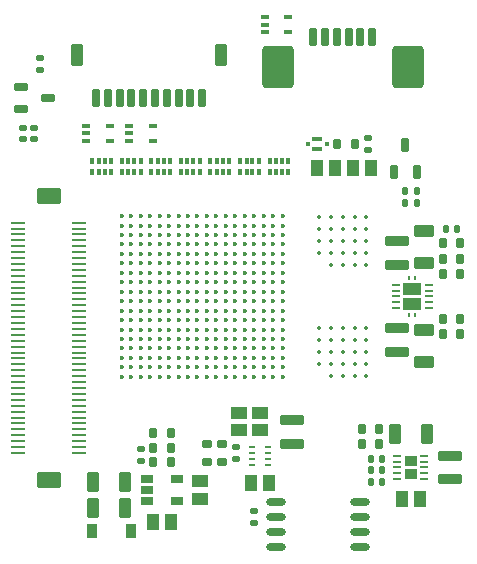
<source format=gbp>
G04 Layer_Color=128*
%FSLAX44Y44*%
%MOMM*%
G71*
G01*
G75*
%ADD10R,1.1300X0.8900*%
G04:AMPARAMS|DCode=12|XSize=0.6mm|YSize=0.5mm|CornerRadius=0.0625mm|HoleSize=0mm|Usage=FLASHONLY|Rotation=90.000|XOffset=0mm|YOffset=0mm|HoleType=Round|Shape=RoundedRectangle|*
%AMROUNDEDRECTD12*
21,1,0.6000,0.3750,0,0,90.0*
21,1,0.4750,0.5000,0,0,90.0*
1,1,0.1250,0.1875,0.2375*
1,1,0.1250,0.1875,-0.2375*
1,1,0.1250,-0.1875,-0.2375*
1,1,0.1250,-0.1875,0.2375*
%
%ADD12ROUNDEDRECTD12*%
G04:AMPARAMS|DCode=13|XSize=0.6mm|YSize=0.5mm|CornerRadius=0.0625mm|HoleSize=0mm|Usage=FLASHONLY|Rotation=0.000|XOffset=0mm|YOffset=0mm|HoleType=Round|Shape=RoundedRectangle|*
%AMROUNDEDRECTD13*
21,1,0.6000,0.3750,0,0,0.0*
21,1,0.4750,0.5000,0,0,0.0*
1,1,0.1250,0.2375,-0.1875*
1,1,0.1250,-0.2375,-0.1875*
1,1,0.1250,-0.2375,0.1875*
1,1,0.1250,0.2375,0.1875*
%
%ADD13ROUNDEDRECTD13*%
G04:AMPARAMS|DCode=16|XSize=1.7mm|YSize=1.1mm|CornerRadius=0.1375mm|HoleSize=0mm|Usage=FLASHONLY|Rotation=0.000|XOffset=0mm|YOffset=0mm|HoleType=Round|Shape=RoundedRectangle|*
%AMROUNDEDRECTD16*
21,1,1.7000,0.8250,0,0,0.0*
21,1,1.4250,1.1000,0,0,0.0*
1,1,0.2750,0.7125,-0.4125*
1,1,0.2750,-0.7125,-0.4125*
1,1,0.2750,-0.7125,0.4125*
1,1,0.2750,0.7125,0.4125*
%
%ADD16ROUNDEDRECTD16*%
G04:AMPARAMS|DCode=17|XSize=1.7mm|YSize=1.1mm|CornerRadius=0.1375mm|HoleSize=0mm|Usage=FLASHONLY|Rotation=270.000|XOffset=0mm|YOffset=0mm|HoleType=Round|Shape=RoundedRectangle|*
%AMROUNDEDRECTD17*
21,1,1.7000,0.8250,0,0,270.0*
21,1,1.4250,1.1000,0,0,270.0*
1,1,0.2750,-0.4125,-0.7125*
1,1,0.2750,-0.4125,0.7125*
1,1,0.2750,0.4125,0.7125*
1,1,0.2750,0.4125,-0.7125*
%
%ADD17ROUNDEDRECTD17*%
G04:AMPARAMS|DCode=18|XSize=0.4mm|YSize=0.4mm|CornerRadius=0.05mm|HoleSize=0mm|Usage=FLASHONLY|Rotation=270.000|XOffset=0mm|YOffset=0mm|HoleType=Round|Shape=RoundedRectangle|*
%AMROUNDEDRECTD18*
21,1,0.4000,0.3000,0,0,270.0*
21,1,0.3000,0.4000,0,0,270.0*
1,1,0.1000,-0.1500,-0.1500*
1,1,0.1000,-0.1500,0.1500*
1,1,0.1000,0.1500,0.1500*
1,1,0.1000,0.1500,-0.1500*
%
%ADD18ROUNDEDRECTD18*%
G04:AMPARAMS|DCode=19|XSize=0.4mm|YSize=0.8mm|CornerRadius=0.05mm|HoleSize=0mm|Usage=FLASHONLY|Rotation=270.000|XOffset=0mm|YOffset=0mm|HoleType=Round|Shape=RoundedRectangle|*
%AMROUNDEDRECTD19*
21,1,0.4000,0.7000,0,0,270.0*
21,1,0.3000,0.8000,0,0,270.0*
1,1,0.1000,-0.3500,-0.1500*
1,1,0.1000,-0.3500,0.1500*
1,1,0.1000,0.3500,0.1500*
1,1,0.1000,0.3500,-0.1500*
%
%ADD19ROUNDEDRECTD19*%
G04:AMPARAMS|DCode=22|XSize=1.4mm|YSize=1.1mm|CornerRadius=0.1375mm|HoleSize=0mm|Usage=FLASHONLY|Rotation=90.000|XOffset=0mm|YOffset=0mm|HoleType=Round|Shape=RoundedRectangle|*
%AMROUNDEDRECTD22*
21,1,1.4000,0.8250,0,0,90.0*
21,1,1.1250,1.1000,0,0,90.0*
1,1,0.2750,0.4125,0.5625*
1,1,0.2750,0.4125,-0.5625*
1,1,0.2750,-0.4125,-0.5625*
1,1,0.2750,-0.4125,0.5625*
%
%ADD22ROUNDEDRECTD22*%
G04:AMPARAMS|DCode=23|XSize=1.4mm|YSize=1.1mm|CornerRadius=0.1375mm|HoleSize=0mm|Usage=FLASHONLY|Rotation=0.000|XOffset=0mm|YOffset=0mm|HoleType=Round|Shape=RoundedRectangle|*
%AMROUNDEDRECTD23*
21,1,1.4000,0.8250,0,0,0.0*
21,1,1.1250,1.1000,0,0,0.0*
1,1,0.2750,0.5625,-0.4125*
1,1,0.2750,-0.5625,-0.4125*
1,1,0.2750,-0.5625,0.4125*
1,1,0.2750,0.5625,0.4125*
%
%ADD23ROUNDEDRECTD23*%
G04:AMPARAMS|DCode=26|XSize=0.6mm|YSize=1.15mm|CornerRadius=0.075mm|HoleSize=0mm|Usage=FLASHONLY|Rotation=180.000|XOffset=0mm|YOffset=0mm|HoleType=Round|Shape=RoundedRectangle|*
%AMROUNDEDRECTD26*
21,1,0.6000,1.0000,0,0,180.0*
21,1,0.4500,1.1500,0,0,180.0*
1,1,0.1500,-0.2250,0.5000*
1,1,0.1500,0.2250,0.5000*
1,1,0.1500,0.2250,-0.5000*
1,1,0.1500,-0.2250,-0.5000*
%
%ADD26ROUNDEDRECTD26*%
G04:AMPARAMS|DCode=27|XSize=0.9mm|YSize=0.6mm|CornerRadius=0.075mm|HoleSize=0mm|Usage=FLASHONLY|Rotation=90.000|XOffset=0mm|YOffset=0mm|HoleType=Round|Shape=RoundedRectangle|*
%AMROUNDEDRECTD27*
21,1,0.9000,0.4500,0,0,90.0*
21,1,0.7500,0.6000,0,0,90.0*
1,1,0.1500,0.2250,0.3750*
1,1,0.1500,0.2250,-0.3750*
1,1,0.1500,-0.2250,-0.3750*
1,1,0.1500,-0.2250,0.3750*
%
%ADD27ROUNDEDRECTD27*%
G04:AMPARAMS|DCode=28|XSize=0.9mm|YSize=0.6mm|CornerRadius=0.075mm|HoleSize=0mm|Usage=FLASHONLY|Rotation=0.000|XOffset=0mm|YOffset=0mm|HoleType=Round|Shape=RoundedRectangle|*
%AMROUNDEDRECTD28*
21,1,0.9000,0.4500,0,0,0.0*
21,1,0.7500,0.6000,0,0,0.0*
1,1,0.1500,0.3750,-0.2250*
1,1,0.1500,-0.3750,-0.2250*
1,1,0.1500,-0.3750,0.2250*
1,1,0.1500,0.3750,0.2250*
%
%ADD28ROUNDEDRECTD28*%
G04:AMPARAMS|DCode=31|XSize=0.25mm|YSize=0.6mm|CornerRadius=0.0313mm|HoleSize=0mm|Usage=FLASHONLY|Rotation=90.000|XOffset=0mm|YOffset=0mm|HoleType=Round|Shape=RoundedRectangle|*
%AMROUNDEDRECTD31*
21,1,0.2500,0.5375,0,0,90.0*
21,1,0.1875,0.6000,0,0,90.0*
1,1,0.0625,0.2687,0.0938*
1,1,0.0625,0.2687,-0.0938*
1,1,0.0625,-0.2687,-0.0938*
1,1,0.0625,-0.2687,0.0938*
%
%ADD31ROUNDEDRECTD31*%
%ADD36R,1.5000X1.0600*%
%ADD37R,0.2500X0.3400*%
G04:AMPARAMS|DCode=38|XSize=2mm|YSize=0.8mm|CornerRadius=0.1mm|HoleSize=0mm|Usage=FLASHONLY|Rotation=0.000|XOffset=0mm|YOffset=0mm|HoleType=Round|Shape=RoundedRectangle|*
%AMROUNDEDRECTD38*
21,1,2.0000,0.6000,0,0,0.0*
21,1,1.8000,0.8000,0,0,0.0*
1,1,0.2000,0.9000,-0.3000*
1,1,0.2000,-0.9000,-0.3000*
1,1,0.2000,-0.9000,0.3000*
1,1,0.2000,0.9000,0.3000*
%
%ADD38ROUNDEDRECTD38*%
%ADD39O,1.7000X0.6000*%
G04:AMPARAMS|DCode=40|XSize=0.6mm|YSize=0.4mm|CornerRadius=0.05mm|HoleSize=0mm|Usage=FLASHONLY|Rotation=180.000|XOffset=0mm|YOffset=0mm|HoleType=Round|Shape=RoundedRectangle|*
%AMROUNDEDRECTD40*
21,1,0.6000,0.3000,0,0,180.0*
21,1,0.5000,0.4000,0,0,180.0*
1,1,0.1000,-0.2500,0.1500*
1,1,0.1000,0.2500,0.1500*
1,1,0.1000,0.2500,-0.1500*
1,1,0.1000,-0.2500,-0.1500*
%
%ADD40ROUNDEDRECTD40*%
G04:AMPARAMS|DCode=41|XSize=1.22mm|YSize=0.91mm|CornerRadius=0.1138mm|HoleSize=0mm|Usage=FLASHONLY|Rotation=90.000|XOffset=0mm|YOffset=0mm|HoleType=Round|Shape=RoundedRectangle|*
%AMROUNDEDRECTD41*
21,1,1.2200,0.6825,0,0,90.0*
21,1,0.9925,0.9100,0,0,90.0*
1,1,0.2275,0.3413,0.4963*
1,1,0.2275,0.3413,-0.4963*
1,1,0.2275,-0.3413,-0.4963*
1,1,0.2275,-0.3413,0.4963*
%
%ADD41ROUNDEDRECTD41*%
G04:AMPARAMS|DCode=42|XSize=0.6mm|YSize=1.15mm|CornerRadius=0.075mm|HoleSize=0mm|Usage=FLASHONLY|Rotation=270.000|XOffset=0mm|YOffset=0mm|HoleType=Round|Shape=RoundedRectangle|*
%AMROUNDEDRECTD42*
21,1,0.6000,1.0000,0,0,270.0*
21,1,0.4500,1.1500,0,0,270.0*
1,1,0.1500,-0.5000,-0.2250*
1,1,0.1500,-0.5000,0.2250*
1,1,0.1500,0.5000,0.2250*
1,1,0.1500,0.5000,-0.2250*
%
%ADD42ROUNDEDRECTD42*%
G04:AMPARAMS|DCode=43|XSize=0.4mm|YSize=0.5mm|CornerRadius=0.05mm|HoleSize=0mm|Usage=FLASHONLY|Rotation=180.000|XOffset=0mm|YOffset=0mm|HoleType=Round|Shape=RoundedRectangle|*
%AMROUNDEDRECTD43*
21,1,0.4000,0.4000,0,0,180.0*
21,1,0.3000,0.5000,0,0,180.0*
1,1,0.1000,-0.1500,0.2000*
1,1,0.1000,0.1500,0.2000*
1,1,0.1000,0.1500,-0.2000*
1,1,0.1000,-0.1500,-0.2000*
%
%ADD43ROUNDEDRECTD43*%
G04:AMPARAMS|DCode=44|XSize=0.3mm|YSize=0.5mm|CornerRadius=0.0375mm|HoleSize=0mm|Usage=FLASHONLY|Rotation=180.000|XOffset=0mm|YOffset=0mm|HoleType=Round|Shape=RoundedRectangle|*
%AMROUNDEDRECTD44*
21,1,0.3000,0.4250,0,0,180.0*
21,1,0.2250,0.5000,0,0,180.0*
1,1,0.0750,-0.1125,0.2125*
1,1,0.0750,0.1125,0.2125*
1,1,0.0750,0.1125,-0.2125*
1,1,0.0750,-0.1125,-0.2125*
%
%ADD44ROUNDEDRECTD44*%
%ADD45C,0.3600*%
G04:AMPARAMS|DCode=46|XSize=0.6mm|YSize=1.1mm|CornerRadius=0.075mm|HoleSize=0mm|Usage=FLASHONLY|Rotation=270.000|XOffset=0mm|YOffset=0mm|HoleType=Round|Shape=RoundedRectangle|*
%AMROUNDEDRECTD46*
21,1,0.6000,0.9500,0,0,270.0*
21,1,0.4500,1.1000,0,0,270.0*
1,1,0.1500,-0.4750,-0.2250*
1,1,0.1500,-0.4750,0.2250*
1,1,0.1500,0.4750,0.2250*
1,1,0.1500,0.4750,-0.2250*
%
%ADD46ROUNDEDRECTD46*%
G04:AMPARAMS|DCode=47|XSize=0.24mm|YSize=0.6mm|CornerRadius=0.03mm|HoleSize=0mm|Usage=FLASHONLY|Rotation=90.000|XOffset=0mm|YOffset=0mm|HoleType=Round|Shape=RoundedRectangle|*
%AMROUNDEDRECTD47*
21,1,0.2400,0.5400,0,0,90.0*
21,1,0.1800,0.6000,0,0,90.0*
1,1,0.0600,0.2700,0.0900*
1,1,0.0600,0.2700,-0.0900*
1,1,0.0600,-0.2700,-0.0900*
1,1,0.0600,-0.2700,0.0900*
%
%ADD47ROUNDEDRECTD47*%
G04:AMPARAMS|DCode=48|XSize=0.55mm|YSize=0.25mm|CornerRadius=0.0313mm|HoleSize=0mm|Usage=FLASHONLY|Rotation=0.000|XOffset=0mm|YOffset=0mm|HoleType=Round|Shape=RoundedRectangle|*
%AMROUNDEDRECTD48*
21,1,0.5500,0.1875,0,0,0.0*
21,1,0.4875,0.2500,0,0,0.0*
1,1,0.0625,0.2437,-0.0938*
1,1,0.0625,-0.2437,-0.0938*
1,1,0.0625,-0.2437,0.0938*
1,1,0.0625,0.2437,0.0938*
%
%ADD48ROUNDEDRECTD48*%
%ADD49C,0.3500*%
G04:AMPARAMS|DCode=50|XSize=1.4mm|YSize=2.1mm|CornerRadius=0.175mm|HoleSize=0mm|Usage=FLASHONLY|Rotation=270.000|XOffset=0mm|YOffset=0mm|HoleType=Round|Shape=RoundedRectangle|*
%AMROUNDEDRECTD50*
21,1,1.4000,1.7500,0,0,270.0*
21,1,1.0500,2.1000,0,0,270.0*
1,1,0.3500,-0.8750,-0.5250*
1,1,0.3500,-0.8750,0.5250*
1,1,0.3500,0.8750,0.5250*
1,1,0.3500,0.8750,-0.5250*
%
%ADD50ROUNDEDRECTD50*%
G04:AMPARAMS|DCode=51|XSize=0.25mm|YSize=1.15mm|CornerRadius=0.0313mm|HoleSize=0mm|Usage=FLASHONLY|Rotation=270.000|XOffset=0mm|YOffset=0mm|HoleType=Round|Shape=RoundedRectangle|*
%AMROUNDEDRECTD51*
21,1,0.2500,1.0875,0,0,270.0*
21,1,0.1875,1.1500,0,0,270.0*
1,1,0.0625,-0.5437,-0.0938*
1,1,0.0625,-0.5437,0.0938*
1,1,0.0625,0.5437,0.0938*
1,1,0.0625,0.5437,-0.0938*
%
%ADD51ROUNDEDRECTD51*%
G04:AMPARAMS|DCode=52|XSize=0.6mm|YSize=1.5mm|CornerRadius=0.075mm|HoleSize=0mm|Usage=FLASHONLY|Rotation=0.000|XOffset=0mm|YOffset=0mm|HoleType=Round|Shape=RoundedRectangle|*
%AMROUNDEDRECTD52*
21,1,0.6000,1.3500,0,0,0.0*
21,1,0.4500,1.5000,0,0,0.0*
1,1,0.1500,0.2250,-0.6750*
1,1,0.1500,-0.2250,-0.6750*
1,1,0.1500,-0.2250,0.6750*
1,1,0.1500,0.2250,0.6750*
%
%ADD52ROUNDEDRECTD52*%
G04:AMPARAMS|DCode=53|XSize=2.7mm|YSize=3.6mm|CornerRadius=0.3375mm|HoleSize=0mm|Usage=FLASHONLY|Rotation=180.000|XOffset=0mm|YOffset=0mm|HoleType=Round|Shape=RoundedRectangle|*
%AMROUNDEDRECTD53*
21,1,2.7000,2.9250,0,0,180.0*
21,1,2.0250,3.6000,0,0,180.0*
1,1,0.6750,-1.0125,1.4625*
1,1,0.6750,1.0125,1.4625*
1,1,0.6750,1.0125,-1.4625*
1,1,0.6750,-1.0125,-1.4625*
%
%ADD53ROUNDEDRECTD53*%
G04:AMPARAMS|DCode=54|XSize=0.6mm|YSize=1.55mm|CornerRadius=0.075mm|HoleSize=0mm|Usage=FLASHONLY|Rotation=0.000|XOffset=0mm|YOffset=0mm|HoleType=Round|Shape=RoundedRectangle|*
%AMROUNDEDRECTD54*
21,1,0.6000,1.4000,0,0,0.0*
21,1,0.4500,1.5500,0,0,0.0*
1,1,0.1500,0.2250,-0.7000*
1,1,0.1500,-0.2250,-0.7000*
1,1,0.1500,-0.2250,0.7000*
1,1,0.1500,0.2250,0.7000*
%
%ADD54ROUNDEDRECTD54*%
G04:AMPARAMS|DCode=55|XSize=1mm|YSize=1.8mm|CornerRadius=0.125mm|HoleSize=0mm|Usage=FLASHONLY|Rotation=180.000|XOffset=0mm|YOffset=0mm|HoleType=Round|Shape=RoundedRectangle|*
%AMROUNDEDRECTD55*
21,1,1.0000,1.5500,0,0,180.0*
21,1,0.7500,1.8000,0,0,180.0*
1,1,0.2500,-0.3750,0.7750*
1,1,0.2500,0.3750,0.7750*
1,1,0.2500,0.3750,-0.7750*
1,1,0.2500,-0.3750,-0.7750*
%
%ADD55ROUNDEDRECTD55*%
D10*
X166500Y-149203D02*
D03*
X166502Y-160298D02*
D03*
D12*
X206000Y47000D02*
D03*
X196000D02*
D03*
X142500Y-147251D02*
D03*
X132500D02*
D03*
Y-157251D02*
D03*
X142500D02*
D03*
X161500Y69000D02*
D03*
X171500D02*
D03*
X161500Y79000D02*
D03*
X171500D02*
D03*
X142500Y-167251D02*
D03*
X132500D02*
D03*
D13*
X34000Y-202000D02*
D03*
Y-192000D02*
D03*
X-62000Y-139000D02*
D03*
Y-149000D02*
D03*
X18750Y-147500D02*
D03*
Y-137500D02*
D03*
X130000Y124000D02*
D03*
Y114000D02*
D03*
X-147000Y182000D02*
D03*
Y192000D02*
D03*
X-162000Y123000D02*
D03*
Y133000D02*
D03*
X-152000D02*
D03*
Y123000D02*
D03*
D16*
X178000Y-38500D02*
D03*
Y-65500D02*
D03*
Y18500D02*
D03*
Y45500D02*
D03*
D17*
X-75500Y-189000D02*
D03*
X-102500D02*
D03*
X-75500Y-167000D02*
D03*
X-102500D02*
D03*
X153000Y-126251D02*
D03*
X180000D02*
D03*
D18*
X95500Y119000D02*
D03*
X79500D02*
D03*
D19*
X87500Y115000D02*
D03*
Y123000D02*
D03*
D22*
X31500Y-168000D02*
D03*
X46500D02*
D03*
X117500Y99000D02*
D03*
X132500D02*
D03*
X87500Y99000D02*
D03*
X102500D02*
D03*
X159000Y-181752D02*
D03*
X174000D02*
D03*
X-51500Y-201000D02*
D03*
X-36500D02*
D03*
D23*
X-12000Y-166500D02*
D03*
Y-181500D02*
D03*
X39000Y-123500D02*
D03*
Y-108500D02*
D03*
X21000Y-123500D02*
D03*
Y-108500D02*
D03*
D26*
X162000Y118250D02*
D03*
X152500Y95750D02*
D03*
X171500D02*
D03*
D27*
X-36500Y-138000D02*
D03*
X-51500D02*
D03*
X-36500Y-150000D02*
D03*
X-51500D02*
D03*
Y-126000D02*
D03*
X-36500D02*
D03*
X208500Y-29000D02*
D03*
X193500D02*
D03*
X208500Y-42000D02*
D03*
X193500D02*
D03*
Y22000D02*
D03*
X208500D02*
D03*
X193500Y35000D02*
D03*
X208500D02*
D03*
Y9000D02*
D03*
X193500D02*
D03*
X104500Y119000D02*
D03*
X119500D02*
D03*
X125000Y-135251D02*
D03*
X140000D02*
D03*
X140000Y-122251D02*
D03*
X125000D02*
D03*
D28*
X6749Y-134999D02*
D03*
Y-149999D02*
D03*
X-6251D02*
D03*
Y-134999D02*
D03*
D31*
X155000Y-164750D02*
D03*
Y-159750D02*
D03*
Y-154750D02*
D03*
Y-149750D02*
D03*
Y-144750D02*
D03*
X178000Y-164750D02*
D03*
Y-159750D02*
D03*
Y-154750D02*
D03*
Y-149750D02*
D03*
Y-144750D02*
D03*
D36*
X168000Y-16299D02*
D03*
Y-3699D02*
D03*
D37*
X170499Y5299D02*
D03*
X165499D02*
D03*
Y-25297D02*
D03*
X170499D02*
D03*
D38*
X155001Y37001D02*
D03*
X155001Y17001D02*
D03*
X154999Y-57001D02*
D03*
X154999Y-37001D02*
D03*
X66000Y-135000D02*
D03*
X66000Y-115000D02*
D03*
X199502Y-164751D02*
D03*
X199502Y-144751D02*
D03*
D39*
X123500Y-184050D02*
D03*
Y-196750D02*
D03*
Y-209450D02*
D03*
Y-222150D02*
D03*
X52500Y-184050D02*
D03*
Y-196750D02*
D03*
Y-209450D02*
D03*
Y-222150D02*
D03*
D40*
X63002Y226500D02*
D03*
Y213500D02*
D03*
X43002Y220000D02*
D03*
Y226500D02*
D03*
Y213500D02*
D03*
X-51998Y134500D02*
D03*
Y121500D02*
D03*
X-71998Y128000D02*
D03*
X-71998Y134500D02*
D03*
Y121500D02*
D03*
X-87998Y134500D02*
D03*
Y121500D02*
D03*
X-107998Y128000D02*
D03*
X-107998Y134500D02*
D03*
Y121500D02*
D03*
D41*
X-103350Y-208999D02*
D03*
X-70650D02*
D03*
D42*
X-140750Y158000D02*
D03*
X-163250Y167500D02*
D03*
Y148500D02*
D03*
D43*
X47000Y105000D02*
D03*
X63000D02*
D03*
Y95000D02*
D03*
X47000D02*
D03*
X22000Y105000D02*
D03*
X38000D02*
D03*
Y95000D02*
D03*
X22000D02*
D03*
X-3000Y105000D02*
D03*
X13000D02*
D03*
Y95000D02*
D03*
X-3000D02*
D03*
X-28000Y105000D02*
D03*
X-12000D02*
D03*
Y95000D02*
D03*
X-28000D02*
D03*
X-53000Y105000D02*
D03*
X-37000D02*
D03*
Y95000D02*
D03*
X-53000D02*
D03*
X-78000Y105000D02*
D03*
X-62000D02*
D03*
Y95000D02*
D03*
X-78000D02*
D03*
X-103000Y105000D02*
D03*
X-87000D02*
D03*
Y95000D02*
D03*
X-103000D02*
D03*
D44*
X52500Y105000D02*
D03*
X57500D02*
D03*
Y95000D02*
D03*
X52500D02*
D03*
X27500Y105000D02*
D03*
X32500D02*
D03*
Y95000D02*
D03*
X27500D02*
D03*
X2500Y105000D02*
D03*
X7500D02*
D03*
Y95000D02*
D03*
X2500D02*
D03*
X-22500Y105000D02*
D03*
X-17500D02*
D03*
Y95000D02*
D03*
X-22500D02*
D03*
X-47500Y105000D02*
D03*
X-42500D02*
D03*
Y95000D02*
D03*
X-47500D02*
D03*
X-72500Y105000D02*
D03*
X-67500D02*
D03*
Y95000D02*
D03*
X-72500D02*
D03*
X-97500Y105000D02*
D03*
X-92500D02*
D03*
Y95000D02*
D03*
X-97500D02*
D03*
D45*
X-78000Y-78000D02*
D03*
X-70000D02*
D03*
X-62000D02*
D03*
X-54000D02*
D03*
X-46000D02*
D03*
X-38000D02*
D03*
X-30000D02*
D03*
X-22000D02*
D03*
X-14000D02*
D03*
X-6000D02*
D03*
X2000D02*
D03*
X10000D02*
D03*
X18000D02*
D03*
X26000D02*
D03*
X34000D02*
D03*
X42000D02*
D03*
X50000D02*
D03*
X58000D02*
D03*
X-78000Y-70000D02*
D03*
X-70000D02*
D03*
X-62000D02*
D03*
X-54000D02*
D03*
X-46000D02*
D03*
X-38000D02*
D03*
X-30000D02*
D03*
X-22000D02*
D03*
X-14000D02*
D03*
X-6000D02*
D03*
X2000D02*
D03*
X10000D02*
D03*
X18000D02*
D03*
X26000D02*
D03*
X34000D02*
D03*
X42000D02*
D03*
X50000D02*
D03*
X-78000Y-62000D02*
D03*
X-70000D02*
D03*
X-62000D02*
D03*
X-54000D02*
D03*
X-46000D02*
D03*
X-38000D02*
D03*
X-30000D02*
D03*
X-22000D02*
D03*
X-14000D02*
D03*
X-6000D02*
D03*
X2000D02*
D03*
X10000D02*
D03*
X18000D02*
D03*
X26000D02*
D03*
X34000D02*
D03*
X42000D02*
D03*
X50000D02*
D03*
X-78000Y-54000D02*
D03*
X-70000D02*
D03*
X-62000D02*
D03*
X-54000D02*
D03*
X-46000D02*
D03*
X-38000D02*
D03*
X-30000D02*
D03*
X-22000D02*
D03*
X-14000D02*
D03*
X-6000D02*
D03*
X2000D02*
D03*
X10000D02*
D03*
X18000D02*
D03*
X26000D02*
D03*
X34000D02*
D03*
X42000D02*
D03*
X50000D02*
D03*
X58000D02*
D03*
X-78000Y-46000D02*
D03*
X-70000D02*
D03*
X-62000D02*
D03*
X-54000D02*
D03*
X-46000D02*
D03*
X-38000D02*
D03*
X-30000D02*
D03*
X-22000D02*
D03*
X-14000D02*
D03*
X-6000D02*
D03*
X2000D02*
D03*
X10000D02*
D03*
X18000D02*
D03*
X26000D02*
D03*
X34000D02*
D03*
X42000D02*
D03*
X50000D02*
D03*
X58000D02*
D03*
X-78000Y-38000D02*
D03*
X-70000D02*
D03*
X-62000D02*
D03*
X-54000D02*
D03*
X-46000D02*
D03*
X-38000D02*
D03*
X-30000D02*
D03*
X-22000D02*
D03*
X-14000D02*
D03*
X-6000D02*
D03*
X2000D02*
D03*
X10000D02*
D03*
X18000D02*
D03*
X26000D02*
D03*
X34000D02*
D03*
X42000D02*
D03*
X50000D02*
D03*
X58000D02*
D03*
X-78000Y-30000D02*
D03*
X-70000D02*
D03*
X-62000D02*
D03*
X-54000D02*
D03*
X-46000D02*
D03*
X-38000D02*
D03*
X-30000D02*
D03*
X-22000D02*
D03*
X-14000D02*
D03*
X-6000D02*
D03*
X2000D02*
D03*
X10000D02*
D03*
X18000D02*
D03*
X26000D02*
D03*
X34000D02*
D03*
X42000D02*
D03*
X50000D02*
D03*
X58000D02*
D03*
X-78000Y-22000D02*
D03*
X-70000D02*
D03*
X-62000D02*
D03*
X-54000D02*
D03*
X-46000D02*
D03*
X-38000D02*
D03*
X-30000D02*
D03*
X-22000D02*
D03*
X-14000D02*
D03*
X-6000D02*
D03*
X2000D02*
D03*
X10000D02*
D03*
X18000D02*
D03*
X26000D02*
D03*
X34000D02*
D03*
X42000D02*
D03*
X50000D02*
D03*
X58000D02*
D03*
X-78000Y-14000D02*
D03*
X-70000D02*
D03*
X-62000D02*
D03*
X-54000D02*
D03*
X-46000D02*
D03*
X-38000D02*
D03*
X-30000D02*
D03*
X-22000D02*
D03*
X-14000D02*
D03*
X-6000D02*
D03*
X2000D02*
D03*
X10000D02*
D03*
X18000D02*
D03*
X26000D02*
D03*
X34000D02*
D03*
X42000D02*
D03*
X50000D02*
D03*
X58000D02*
D03*
X-78000Y-6000D02*
D03*
X-70000D02*
D03*
X-62000D02*
D03*
X-54000D02*
D03*
X-46000D02*
D03*
X-38000D02*
D03*
X-30000D02*
D03*
X-22000D02*
D03*
X-14000D02*
D03*
X-6000D02*
D03*
X2000D02*
D03*
X10000D02*
D03*
X18000D02*
D03*
X26000D02*
D03*
X34000D02*
D03*
X42000D02*
D03*
X50000D02*
D03*
X58000D02*
D03*
X-78000Y2000D02*
D03*
X-70000D02*
D03*
X-62000D02*
D03*
X-54000D02*
D03*
X-46000D02*
D03*
X-38000D02*
D03*
X-30000D02*
D03*
X-22000D02*
D03*
X-14000D02*
D03*
X-6000D02*
D03*
X2000D02*
D03*
X10000D02*
D03*
X18000D02*
D03*
X26000D02*
D03*
X34000D02*
D03*
X42000D02*
D03*
X50000D02*
D03*
X58000D02*
D03*
X-78000Y10000D02*
D03*
X-70000D02*
D03*
X-62000D02*
D03*
X-54000D02*
D03*
X-46000D02*
D03*
X-38000D02*
D03*
X-30000D02*
D03*
X-22000D02*
D03*
X-14000D02*
D03*
X-6000D02*
D03*
X2000D02*
D03*
X10000D02*
D03*
X18000D02*
D03*
X26000D02*
D03*
X34000D02*
D03*
X42000D02*
D03*
X50000D02*
D03*
X58000D02*
D03*
X-78000Y18000D02*
D03*
X-70000D02*
D03*
X-62000D02*
D03*
X-54000D02*
D03*
X-46000D02*
D03*
X-38000D02*
D03*
X-30000D02*
D03*
X-22000D02*
D03*
X-14000D02*
D03*
X-6000D02*
D03*
X2000D02*
D03*
X10000D02*
D03*
X18000D02*
D03*
X26000D02*
D03*
X34000D02*
D03*
X42000D02*
D03*
X50000D02*
D03*
X58000D02*
D03*
X-78000Y26000D02*
D03*
X-70000D02*
D03*
X-62000D02*
D03*
X-54000D02*
D03*
X-46000D02*
D03*
X-38000D02*
D03*
X-30000D02*
D03*
X-22000D02*
D03*
X-14000D02*
D03*
X-6000D02*
D03*
X2000D02*
D03*
X10000D02*
D03*
X18000D02*
D03*
X26000D02*
D03*
X34000D02*
D03*
X42000D02*
D03*
X50000D02*
D03*
X58000D02*
D03*
X-78000Y34000D02*
D03*
X-70000D02*
D03*
X-62000D02*
D03*
X-54000D02*
D03*
X-46000D02*
D03*
X-38000D02*
D03*
X-30000D02*
D03*
X-22000D02*
D03*
X-14000D02*
D03*
X-6000D02*
D03*
X2000D02*
D03*
X10000D02*
D03*
X18000D02*
D03*
X26000D02*
D03*
X34000D02*
D03*
X42000D02*
D03*
X50000D02*
D03*
X58000D02*
D03*
X-78000Y42000D02*
D03*
X-70000D02*
D03*
X-62000D02*
D03*
X-54000D02*
D03*
X-46000D02*
D03*
X-38000D02*
D03*
X-30000D02*
D03*
X-22000D02*
D03*
X-14000D02*
D03*
X-6000D02*
D03*
X2000D02*
D03*
X10000D02*
D03*
X18000D02*
D03*
X26000D02*
D03*
X34000D02*
D03*
X42000D02*
D03*
X50000D02*
D03*
X58000D02*
D03*
X-78000Y50000D02*
D03*
X-70000D02*
D03*
X-62000D02*
D03*
X-54000D02*
D03*
X-46000D02*
D03*
X-38000D02*
D03*
X-30000D02*
D03*
X-22000D02*
D03*
X-14000D02*
D03*
X-6000D02*
D03*
X2000D02*
D03*
X10000D02*
D03*
X18000D02*
D03*
X26000D02*
D03*
X34000D02*
D03*
X42000D02*
D03*
X50000D02*
D03*
X58000D02*
D03*
X-78000Y58000D02*
D03*
X-70000D02*
D03*
X-62000D02*
D03*
X-54000D02*
D03*
X-46000D02*
D03*
X-38000D02*
D03*
X-30000D02*
D03*
X-22000D02*
D03*
X-14000D02*
D03*
X-6000D02*
D03*
X2000D02*
D03*
X10000D02*
D03*
X18000D02*
D03*
X26000D02*
D03*
X34000D02*
D03*
X42000D02*
D03*
X50000D02*
D03*
X58000D02*
D03*
Y-62000D02*
D03*
Y-70000D02*
D03*
D46*
X-31000Y-183500D02*
D03*
Y-164500D02*
D03*
X-57000D02*
D03*
Y-174000D02*
D03*
Y-183500D02*
D03*
D47*
X154000Y-19999D02*
D03*
Y-14999D02*
D03*
Y-9999D02*
D03*
Y-4999D02*
D03*
Y1D02*
D03*
X182000Y-19999D02*
D03*
Y-14999D02*
D03*
Y-9999D02*
D03*
Y-4999D02*
D03*
Y1D02*
D03*
D48*
X45750Y-152500D02*
D03*
Y-147500D02*
D03*
Y-142500D02*
D03*
Y-137500D02*
D03*
X32250D02*
D03*
Y-142500D02*
D03*
Y-147500D02*
D03*
Y-152500D02*
D03*
D49*
X129000Y-37000D02*
D03*
X119000D02*
D03*
X109000D02*
D03*
X99000D02*
D03*
X89000D02*
D03*
X129000Y-47000D02*
D03*
X119000D02*
D03*
X109000D02*
D03*
X99000D02*
D03*
X89000D02*
D03*
X129000Y-57000D02*
D03*
X119000D02*
D03*
X109000D02*
D03*
X99000D02*
D03*
X89000D02*
D03*
X129000Y-67000D02*
D03*
X119000D02*
D03*
X109000D02*
D03*
X129000Y-77000D02*
D03*
X119000D02*
D03*
X109000D02*
D03*
X99000D02*
D03*
X129000Y57000D02*
D03*
X119000D02*
D03*
X109000D02*
D03*
X99000D02*
D03*
X89000D02*
D03*
X129000Y47000D02*
D03*
X119000D02*
D03*
X109000D02*
D03*
X99000D02*
D03*
X89000D02*
D03*
X129000Y37000D02*
D03*
X119000D02*
D03*
X109000D02*
D03*
X99000D02*
D03*
X89000D02*
D03*
X129000Y27000D02*
D03*
X119000D02*
D03*
X109000D02*
D03*
X99000D02*
D03*
X89000D02*
D03*
X129000Y17000D02*
D03*
X119000D02*
D03*
X109000D02*
D03*
X99000D02*
D03*
Y-67000D02*
D03*
X89000D02*
D03*
D50*
X-140000Y75000D02*
D03*
Y-165000D02*
D03*
D51*
X-165750Y-142500D02*
D03*
Y-137500D02*
D03*
Y-132500D02*
D03*
Y-127500D02*
D03*
Y-122500D02*
D03*
Y-117500D02*
D03*
Y-112500D02*
D03*
Y-107500D02*
D03*
Y-102500D02*
D03*
Y-97500D02*
D03*
Y-92500D02*
D03*
Y-87500D02*
D03*
Y-82500D02*
D03*
Y-77500D02*
D03*
Y-72500D02*
D03*
Y-67500D02*
D03*
Y-62500D02*
D03*
Y-57500D02*
D03*
Y-52500D02*
D03*
Y-47500D02*
D03*
Y-42500D02*
D03*
Y-37500D02*
D03*
Y-32500D02*
D03*
Y-27500D02*
D03*
Y-22500D02*
D03*
Y-17500D02*
D03*
Y-12500D02*
D03*
Y-7500D02*
D03*
Y-2500D02*
D03*
Y2500D02*
D03*
Y7500D02*
D03*
Y12500D02*
D03*
Y17500D02*
D03*
Y22500D02*
D03*
Y27500D02*
D03*
Y32500D02*
D03*
Y37500D02*
D03*
Y42500D02*
D03*
Y47500D02*
D03*
Y52500D02*
D03*
X-114250D02*
D03*
Y47500D02*
D03*
Y42500D02*
D03*
Y37500D02*
D03*
Y32500D02*
D03*
Y27500D02*
D03*
Y22500D02*
D03*
Y17500D02*
D03*
Y12500D02*
D03*
Y7500D02*
D03*
Y2500D02*
D03*
Y-2500D02*
D03*
Y-7500D02*
D03*
Y-12500D02*
D03*
Y-17500D02*
D03*
Y-22500D02*
D03*
Y-27500D02*
D03*
Y-32500D02*
D03*
Y-37500D02*
D03*
Y-42500D02*
D03*
Y-47500D02*
D03*
Y-52500D02*
D03*
Y-57500D02*
D03*
Y-62500D02*
D03*
Y-67500D02*
D03*
Y-72500D02*
D03*
Y-77500D02*
D03*
Y-82500D02*
D03*
Y-87500D02*
D03*
Y-92500D02*
D03*
Y-97500D02*
D03*
Y-102500D02*
D03*
Y-107500D02*
D03*
Y-112500D02*
D03*
Y-117500D02*
D03*
Y-122500D02*
D03*
Y-127500D02*
D03*
Y-132500D02*
D03*
Y-137500D02*
D03*
Y-142500D02*
D03*
D52*
X114000Y209750D02*
D03*
X104000D02*
D03*
X84000D02*
D03*
X94000D02*
D03*
X124000D02*
D03*
X134000D02*
D03*
D53*
X164000Y184250D02*
D03*
X54000D02*
D03*
D54*
X-80000Y158000D02*
D03*
X-70000D02*
D03*
X-60000D02*
D03*
X-50000D02*
D03*
X-40000D02*
D03*
X-10000D02*
D03*
X-20000D02*
D03*
X-30000D02*
D03*
X-90000D02*
D03*
X-100000D02*
D03*
D55*
X6000Y194000D02*
D03*
X-116000D02*
D03*
M02*

</source>
